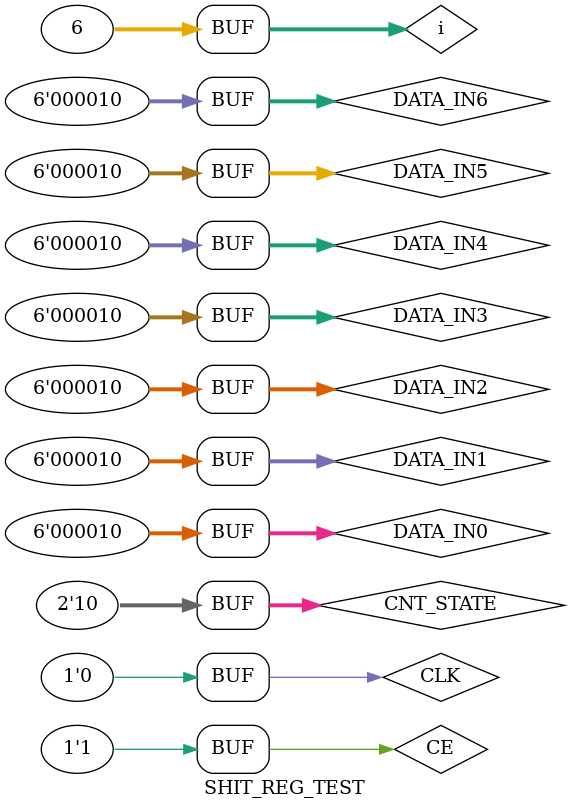
<source format=v>
`timescale 1ns / 1ps


module SHIT_REG_TEST;
    parameter REG_SIZE = 6;
    
    reg [1:0] CNT_STATE; 
    reg CE;
    reg CLK;
    
    reg [REG_SIZE-1:0]DATA_IN0;
    reg [REG_SIZE-1:0]DATA_IN1;
    reg [REG_SIZE-1:0]DATA_IN2;
    reg [REG_SIZE-1:0]DATA_IN3;
    reg [REG_SIZE-1:0]DATA_IN4;
    reg [REG_SIZE-1:0]DATA_IN5;
    reg [REG_SIZE-1:0]DATA_IN6;
       
    wire [REG_SIZE-1:0]DATA_OUT0;
    wire [REG_SIZE-1:0]DATA_OUT1;
    wire [REG_SIZE-1:0]DATA_OUT2;
    wire [REG_SIZE-1:0]DATA_OUT3;
    wire [REG_SIZE-1:0]DATA_OUT4;
    wire [REG_SIZE-1:0]DATA_OUT5;
    wire [REG_SIZE-1:0]DATA_OUT6; 
    
    integer i;
    initial
    begin
        CLK = 1'b0;
        CE = 1'b1;
        CNT_STATE = 2'b00;
        
        DATA_IN0 = 1;
        DATA_IN1 = 1;
        DATA_IN2 = 1;
        DATA_IN3 = 1;
        DATA_IN4 = 1;
        DATA_IN5 = 1;
        DATA_IN6 = 1;
    
    for(i=0;i<6;i=i+1)
    begin  
        #100
        CLK = !CLK;
        DATA_IN0 <= DATA_IN0 +1;
        DATA_IN1 <= DATA_IN1 +1;
        DATA_IN2 <= DATA_IN2 +1;
        DATA_IN3 <= DATA_IN3 +1;
        DATA_IN4 <= DATA_IN4 +1;
        DATA_IN5 <= DATA_IN5 +1;
        DATA_IN6 <= DATA_IN6 +1;
        
        #100
        CLK= !CLK;
    end
    
    #100
        CLK= !CLK;
        CNT_STATE = 2'b01;
    #100
        CLK=!CLK;
    #100
        CLK=!CLK;
        CNT_STATE = 2'b10;
    #100
        CLK=!CLK;
    #100
        CLK=!CLK;        
    #100
        CLK=!CLK;
    #100
        CLK=!CLK;        
    #100
        CLK=!CLK;
    end
   /* always()
    begin
        #100 
        CLK = !CLK;
    end*/
    SHIFT_REG #(REG_SIZE,7) uut(
        DATA_IN0,
        DATA_IN1,
        DATA_IN2,
        DATA_IN3,
        DATA_IN4,
        DATA_IN5,
        DATA_IN6,
           
        DATA_OUT0,
        DATA_OUT1,
        DATA_OUT2,
        DATA_OUT3,
        DATA_OUT4,
        DATA_OUT5,
        DATA_OUT6,
        
        CNT_STATE, 
        CE,
        CLK
    );
    
endmodule

</source>
